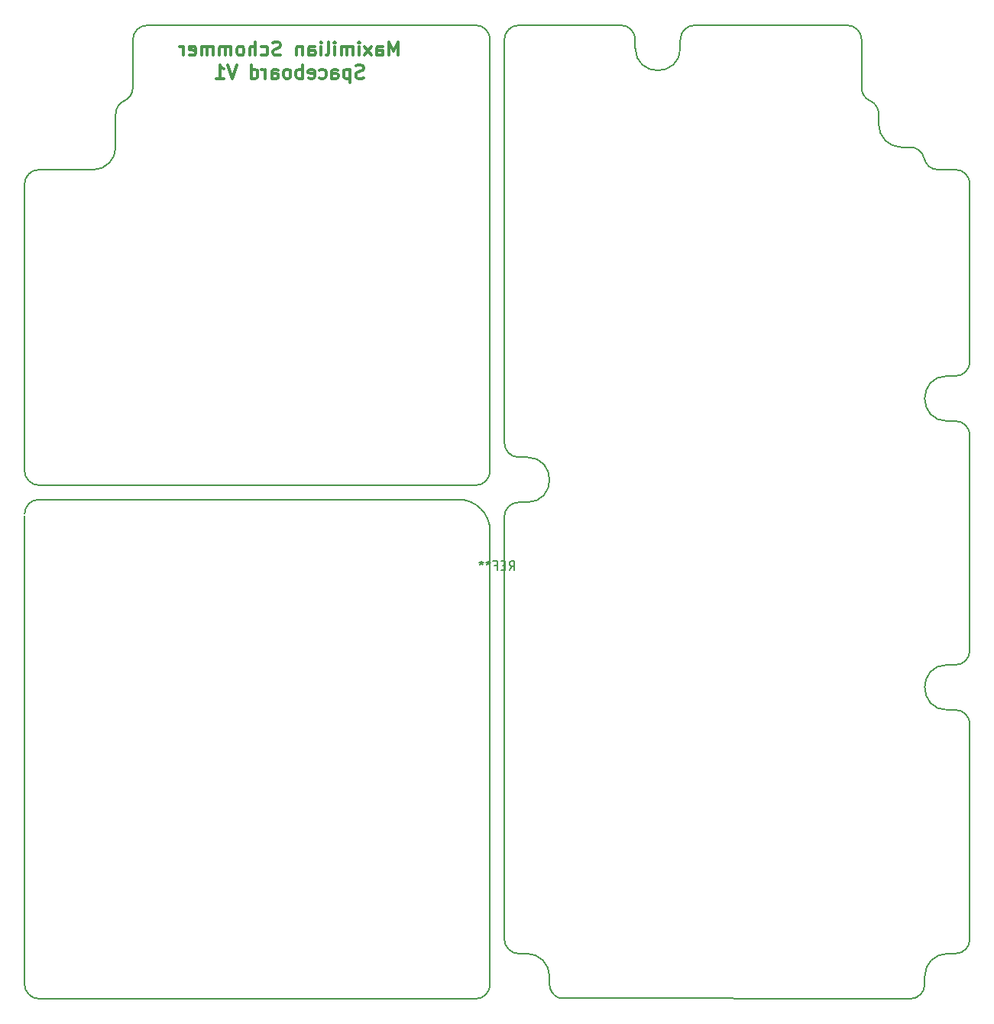
<source format=gbr>
G04 #@! TF.GenerationSoftware,KiCad,Pcbnew,(5.1.2)-2*
G04 #@! TF.CreationDate,2019-07-18T11:18:45-04:00*
G04 #@! TF.ProjectId,Burt,42757274-2e6b-4696-9361-645f70636258,rev?*
G04 #@! TF.SameCoordinates,Original*
G04 #@! TF.FileFunction,Legend,Bot*
G04 #@! TF.FilePolarity,Positive*
%FSLAX46Y46*%
G04 Gerber Fmt 4.6, Leading zero omitted, Abs format (unit mm)*
G04 Created by KiCad (PCBNEW (5.1.2)-2) date 2019-07-18 11:18:45*
%MOMM*%
%LPD*%
G04 APERTURE LIST*
%ADD10C,0.300000*%
%ADD11C,0.200000*%
%ADD12C,0.150000*%
G04 APERTURE END LIST*
D10*
X-11000000Y58596428D02*
X-11000000Y60096428D01*
X-11500000Y59025000D01*
X-12000000Y60096428D01*
X-12000000Y58596428D01*
X-13357142Y58596428D02*
X-13357142Y59382142D01*
X-13285714Y59525000D01*
X-13142857Y59596428D01*
X-12857142Y59596428D01*
X-12714285Y59525000D01*
X-13357142Y58667857D02*
X-13214285Y58596428D01*
X-12857142Y58596428D01*
X-12714285Y58667857D01*
X-12642857Y58810714D01*
X-12642857Y58953571D01*
X-12714285Y59096428D01*
X-12857142Y59167857D01*
X-13214285Y59167857D01*
X-13357142Y59239285D01*
X-13928571Y58596428D02*
X-14714285Y59596428D01*
X-13928571Y59596428D02*
X-14714285Y58596428D01*
X-15285714Y58596428D02*
X-15285714Y59596428D01*
X-15285714Y60096428D02*
X-15214285Y60025000D01*
X-15285714Y59953571D01*
X-15357142Y60025000D01*
X-15285714Y60096428D01*
X-15285714Y59953571D01*
X-15999999Y58596428D02*
X-15999999Y59596428D01*
X-15999999Y59453571D02*
X-16071428Y59525000D01*
X-16214285Y59596428D01*
X-16428571Y59596428D01*
X-16571428Y59525000D01*
X-16642857Y59382142D01*
X-16642857Y58596428D01*
X-16642857Y59382142D02*
X-16714285Y59525000D01*
X-16857142Y59596428D01*
X-17071428Y59596428D01*
X-17214285Y59525000D01*
X-17285714Y59382142D01*
X-17285714Y58596428D01*
X-17999999Y58596428D02*
X-17999999Y59596428D01*
X-17999999Y60096428D02*
X-17928571Y60025000D01*
X-17999999Y59953571D01*
X-18071428Y60025000D01*
X-17999999Y60096428D01*
X-17999999Y59953571D01*
X-18928571Y58596428D02*
X-18785714Y58667857D01*
X-18714285Y58810714D01*
X-18714285Y60096428D01*
X-19499999Y58596428D02*
X-19499999Y59596428D01*
X-19499999Y60096428D02*
X-19428571Y60025000D01*
X-19499999Y59953571D01*
X-19571428Y60025000D01*
X-19499999Y60096428D01*
X-19499999Y59953571D01*
X-20857142Y58596428D02*
X-20857142Y59382142D01*
X-20785714Y59525000D01*
X-20642857Y59596428D01*
X-20357142Y59596428D01*
X-20214285Y59525000D01*
X-20857142Y58667857D02*
X-20714285Y58596428D01*
X-20357142Y58596428D01*
X-20214285Y58667857D01*
X-20142857Y58810714D01*
X-20142857Y58953571D01*
X-20214285Y59096428D01*
X-20357142Y59167857D01*
X-20714285Y59167857D01*
X-20857142Y59239285D01*
X-21571428Y59596428D02*
X-21571428Y58596428D01*
X-21571428Y59453571D02*
X-21642857Y59525000D01*
X-21785714Y59596428D01*
X-21999999Y59596428D01*
X-22142857Y59525000D01*
X-22214285Y59382142D01*
X-22214285Y58596428D01*
X-23999999Y58667857D02*
X-24214285Y58596428D01*
X-24571428Y58596428D01*
X-24714285Y58667857D01*
X-24785714Y58739285D01*
X-24857142Y58882142D01*
X-24857142Y59025000D01*
X-24785714Y59167857D01*
X-24714285Y59239285D01*
X-24571428Y59310714D01*
X-24285714Y59382142D01*
X-24142857Y59453571D01*
X-24071428Y59525000D01*
X-23999999Y59667857D01*
X-23999999Y59810714D01*
X-24071428Y59953571D01*
X-24142857Y60025000D01*
X-24285714Y60096428D01*
X-24642857Y60096428D01*
X-24857142Y60025000D01*
X-26142857Y58667857D02*
X-25999999Y58596428D01*
X-25714285Y58596428D01*
X-25571428Y58667857D01*
X-25499999Y58739285D01*
X-25428571Y58882142D01*
X-25428571Y59310714D01*
X-25499999Y59453571D01*
X-25571428Y59525000D01*
X-25714285Y59596428D01*
X-25999999Y59596428D01*
X-26142857Y59525000D01*
X-26785714Y58596428D02*
X-26785714Y60096428D01*
X-27428571Y58596428D02*
X-27428571Y59382142D01*
X-27357142Y59525000D01*
X-27214285Y59596428D01*
X-26999999Y59596428D01*
X-26857142Y59525000D01*
X-26785714Y59453571D01*
X-28357142Y58596428D02*
X-28214285Y58667857D01*
X-28142857Y58739285D01*
X-28071428Y58882142D01*
X-28071428Y59310714D01*
X-28142857Y59453571D01*
X-28214285Y59525000D01*
X-28357142Y59596428D01*
X-28571428Y59596428D01*
X-28714285Y59525000D01*
X-28785714Y59453571D01*
X-28857142Y59310714D01*
X-28857142Y58882142D01*
X-28785714Y58739285D01*
X-28714285Y58667857D01*
X-28571428Y58596428D01*
X-28357142Y58596428D01*
X-29499999Y58596428D02*
X-29499999Y59596428D01*
X-29499999Y59453571D02*
X-29571428Y59525000D01*
X-29714285Y59596428D01*
X-29928571Y59596428D01*
X-30071428Y59525000D01*
X-30142857Y59382142D01*
X-30142857Y58596428D01*
X-30142857Y59382142D02*
X-30214285Y59525000D01*
X-30357142Y59596428D01*
X-30571428Y59596428D01*
X-30714285Y59525000D01*
X-30785714Y59382142D01*
X-30785714Y58596428D01*
X-31499999Y58596428D02*
X-31499999Y59596428D01*
X-31499999Y59453571D02*
X-31571428Y59525000D01*
X-31714285Y59596428D01*
X-31928571Y59596428D01*
X-32071428Y59525000D01*
X-32142857Y59382142D01*
X-32142857Y58596428D01*
X-32142857Y59382142D02*
X-32214285Y59525000D01*
X-32357142Y59596428D01*
X-32571428Y59596428D01*
X-32714285Y59525000D01*
X-32785714Y59382142D01*
X-32785714Y58596428D01*
X-34071428Y58667857D02*
X-33928571Y58596428D01*
X-33642857Y58596428D01*
X-33499999Y58667857D01*
X-33428571Y58810714D01*
X-33428571Y59382142D01*
X-33499999Y59525000D01*
X-33642857Y59596428D01*
X-33928571Y59596428D01*
X-34071428Y59525000D01*
X-34142857Y59382142D01*
X-34142857Y59239285D01*
X-33428571Y59096428D01*
X-34785714Y58596428D02*
X-34785714Y59596428D01*
X-34785714Y59310714D02*
X-34857142Y59453571D01*
X-34928571Y59525000D01*
X-35071428Y59596428D01*
X-35214285Y59596428D01*
X-14821428Y56117857D02*
X-15035714Y56046428D01*
X-15392857Y56046428D01*
X-15535714Y56117857D01*
X-15607142Y56189285D01*
X-15678571Y56332142D01*
X-15678571Y56475000D01*
X-15607142Y56617857D01*
X-15535714Y56689285D01*
X-15392857Y56760714D01*
X-15107142Y56832142D01*
X-14964285Y56903571D01*
X-14892857Y56975000D01*
X-14821428Y57117857D01*
X-14821428Y57260714D01*
X-14892857Y57403571D01*
X-14964285Y57475000D01*
X-15107142Y57546428D01*
X-15464285Y57546428D01*
X-15678571Y57475000D01*
X-16321428Y57046428D02*
X-16321428Y55546428D01*
X-16321428Y56975000D02*
X-16464285Y57046428D01*
X-16749999Y57046428D01*
X-16892857Y56975000D01*
X-16964285Y56903571D01*
X-17035714Y56760714D01*
X-17035714Y56332142D01*
X-16964285Y56189285D01*
X-16892857Y56117857D01*
X-16749999Y56046428D01*
X-16464285Y56046428D01*
X-16321428Y56117857D01*
X-18321428Y56046428D02*
X-18321428Y56832142D01*
X-18250000Y56975000D01*
X-18107142Y57046428D01*
X-17821428Y57046428D01*
X-17678571Y56975000D01*
X-18321428Y56117857D02*
X-18178571Y56046428D01*
X-17821428Y56046428D01*
X-17678571Y56117857D01*
X-17607142Y56260714D01*
X-17607142Y56403571D01*
X-17678571Y56546428D01*
X-17821428Y56617857D01*
X-18178571Y56617857D01*
X-18321428Y56689285D01*
X-19678571Y56117857D02*
X-19535714Y56046428D01*
X-19249999Y56046428D01*
X-19107142Y56117857D01*
X-19035714Y56189285D01*
X-18964285Y56332142D01*
X-18964285Y56760714D01*
X-19035714Y56903571D01*
X-19107142Y56975000D01*
X-19249999Y57046428D01*
X-19535714Y57046428D01*
X-19678571Y56975000D01*
X-20892857Y56117857D02*
X-20749999Y56046428D01*
X-20464285Y56046428D01*
X-20321428Y56117857D01*
X-20249999Y56260714D01*
X-20249999Y56832142D01*
X-20321428Y56975000D01*
X-20464285Y57046428D01*
X-20749999Y57046428D01*
X-20892857Y56975000D01*
X-20964285Y56832142D01*
X-20964285Y56689285D01*
X-20249999Y56546428D01*
X-21607142Y56046428D02*
X-21607142Y57546428D01*
X-21607142Y56975000D02*
X-21749999Y57046428D01*
X-22035714Y57046428D01*
X-22178571Y56975000D01*
X-22249999Y56903571D01*
X-22321428Y56760714D01*
X-22321428Y56332142D01*
X-22249999Y56189285D01*
X-22178571Y56117857D01*
X-22035714Y56046428D01*
X-21749999Y56046428D01*
X-21607142Y56117857D01*
X-23178571Y56046428D02*
X-23035714Y56117857D01*
X-22964285Y56189285D01*
X-22892857Y56332142D01*
X-22892857Y56760714D01*
X-22964285Y56903571D01*
X-23035714Y56975000D01*
X-23178571Y57046428D01*
X-23392857Y57046428D01*
X-23535714Y56975000D01*
X-23607142Y56903571D01*
X-23678571Y56760714D01*
X-23678571Y56332142D01*
X-23607142Y56189285D01*
X-23535714Y56117857D01*
X-23392857Y56046428D01*
X-23178571Y56046428D01*
X-24964285Y56046428D02*
X-24964285Y56832142D01*
X-24892857Y56975000D01*
X-24749999Y57046428D01*
X-24464285Y57046428D01*
X-24321428Y56975000D01*
X-24964285Y56117857D02*
X-24821428Y56046428D01*
X-24464285Y56046428D01*
X-24321428Y56117857D01*
X-24249999Y56260714D01*
X-24249999Y56403571D01*
X-24321428Y56546428D01*
X-24464285Y56617857D01*
X-24821428Y56617857D01*
X-24964285Y56689285D01*
X-25678571Y56046428D02*
X-25678571Y57046428D01*
X-25678571Y56760714D02*
X-25749999Y56903571D01*
X-25821428Y56975000D01*
X-25964285Y57046428D01*
X-26107142Y57046428D01*
X-27249999Y56046428D02*
X-27249999Y57546428D01*
X-27249999Y56117857D02*
X-27107142Y56046428D01*
X-26821428Y56046428D01*
X-26678571Y56117857D01*
X-26607142Y56189285D01*
X-26535714Y56332142D01*
X-26535714Y56760714D01*
X-26607142Y56903571D01*
X-26678571Y56975000D01*
X-26821428Y57046428D01*
X-27107142Y57046428D01*
X-27249999Y56975000D01*
X-28892857Y57546428D02*
X-29392857Y56046428D01*
X-29892857Y57546428D01*
X-31178571Y56046428D02*
X-30321428Y56046428D01*
X-30749999Y56046428D02*
X-30749999Y57546428D01*
X-30607142Y57332142D01*
X-30464285Y57189285D01*
X-30321428Y57117857D01*
D11*
X52375000Y-7337499D02*
X52374999Y16487499D01*
X50787500Y-8924999D02*
G75*
G03X52375000Y-7337499I0J1587500D01*
G01*
X50787500Y-8925000D02*
X49875000Y-8924999D01*
X49875000Y-8925000D02*
G75*
G03X49875000Y-13925000I0J-2500000D01*
G01*
X49875000Y-13925000D02*
X50787500Y-13925000D01*
X52375000Y-15512500D02*
G75*
G03X50787500Y-13925000I-1587500J0D01*
G01*
X52375000Y-27425000D02*
X52375000Y-15512500D01*
X793750Y7487500D02*
X793750Y-27425000D01*
X2381250Y9075000D02*
G75*
G03X793750Y7487500I0J-1587500D01*
G01*
X2381250Y9075000D02*
X3293749Y9075000D01*
X3293749Y9075000D02*
G75*
G03X3293749Y14075000I0J2500000D01*
G01*
X2381250Y14075000D02*
X3293750Y14075000D01*
X793750Y15662500D02*
G75*
G03X2381250Y14075000I1587500J0D01*
G01*
X793750Y60337500D02*
X793750Y15662500D01*
X2381250Y61925000D02*
G75*
G03X793750Y60337500I0J-1587500D01*
G01*
X13706250Y61925000D02*
X2381250Y61925000D01*
X15293749Y60337499D02*
G75*
G03X13706250Y61925000I-1587500J1D01*
G01*
X15293750Y60337500D02*
X15293750Y59425000D01*
X15293750Y59425000D02*
G75*
G03X20293750Y59425000I2500000J0D01*
G01*
X20293750Y60337500D02*
X20293750Y59425000D01*
X21881250Y61925000D02*
G75*
G03X20293750Y60337500I0J-1587500D01*
G01*
X38787500Y61925000D02*
X21881250Y61925000D01*
X40374999Y60337499D02*
G75*
G03X38787500Y61925000I-1587500J1D01*
G01*
X40375000Y55012500D02*
X40375000Y60337500D01*
X40374999Y55012500D02*
G75*
G03X41325000Y53558625I1587501J0D01*
G01*
X42275000Y52104751D02*
G75*
G03X41325000Y53558625I-1587500J0D01*
G01*
X42275000Y52104751D02*
X42275000Y50925000D01*
X42274999Y50924999D02*
G75*
G03X44775000Y48425000I2500000J1D01*
G01*
X45760081Y48425000D02*
X44775000Y48425000D01*
X47311289Y47175000D02*
G75*
G03X45760081Y48424999I-1551208J-337500D01*
G01*
X47311291Y47174998D02*
G75*
G03X48862500Y45925000I1551208J337501D01*
G01*
X50787500Y45925000D02*
X48862500Y45925000D01*
X52375000Y44337500D02*
G75*
G03X50787500Y45925000I-1587500J0D01*
G01*
X52375000Y24662500D02*
X52375000Y44337500D01*
X50787500Y23075000D02*
G75*
G03X52375000Y24662500I0J1587500D01*
G01*
X50787500Y23075000D02*
X49875000Y23075000D01*
X49875000Y23075000D02*
G75*
G03X49875000Y18075000I0J-2500000D01*
G01*
X49875000Y18075000D02*
X50787500Y18075000D01*
X52374999Y16487499D02*
G75*
G03X50787499Y18074999I-1587500J0D01*
G01*
X-2381250Y61925000D02*
X-6881250Y61925000D01*
X-793750Y60337500D02*
G75*
G03X-2381250Y61925000I-1587500J0D01*
G01*
X-793750Y60337500D02*
X-793750Y30206250D01*
X-52375000Y44337500D02*
X-52375000Y30206250D01*
X-50787500Y45925000D02*
G75*
G03X-52375000Y44337500I0J-1587500D01*
G01*
X-44775000Y45925000D02*
X-50787500Y45925000D01*
X-44775000Y45925000D02*
G75*
G03X-42275000Y48425000I0J2500000D01*
G01*
X-42275000Y48425000D02*
X-42275000Y52104751D01*
X-41325000Y53558625D02*
G75*
G03X-42275000Y52104751I637500J-1453874D01*
G01*
X-41325000Y53558626D02*
G75*
G03X-40375000Y55012500I-637500J1453874D01*
G01*
X-40375000Y60337500D02*
X-40375000Y55012500D01*
X-38787499Y61925000D02*
G75*
G03X-40374999Y60337500I0J-1587500D01*
G01*
X-6881250Y61925000D02*
X-38787500Y61925000D01*
X-52375000Y30206250D02*
X-52375000Y12560000D01*
X-793750Y30206250D02*
X-793750Y12560000D01*
X-2381249Y10972500D02*
G75*
G03X-793749Y12560000I0J1587500D01*
G01*
X-50787500Y10972500D02*
X-2381250Y10972500D01*
X-52375000Y12560000D02*
G75*
G03X-50787500Y10972500I1587500J0D01*
G01*
X-50787498Y9385000D02*
G75*
G03X-52375000Y7797500I-1J-1587501D01*
G01*
X-50787500Y9385000D02*
X-4293750Y9385000D01*
X-793750Y5885000D02*
G75*
G03X-4293750Y9385000I-3500000J0D01*
G01*
X-793749Y5885000D02*
X-793750Y-44337500D01*
X-2381250Y-45925000D02*
G75*
G03X-793750Y-44337500I0J1587500D01*
G01*
X-50787500Y-45925000D02*
X-2381250Y-45925000D01*
X-52375000Y-44337500D02*
G75*
G03X-50787500Y-45925000I1587500J0D01*
G01*
X-52375000Y7575000D02*
X-52375000Y-44337500D01*
X5793750Y-44337501D02*
G75*
G03X6881250Y-45844203I1587499J1D01*
G01*
X5793750Y-43425000D02*
X5793750Y-44337500D01*
X5793750Y-43424999D02*
G75*
G03X3293749Y-40925000I-2500000J-1D01*
G01*
X2381249Y-40925000D02*
X3293750Y-40925000D01*
X793749Y-39337500D02*
G75*
G03X2381249Y-40925000I1587500J0D01*
G01*
X793750Y-27425000D02*
X793750Y-39337500D01*
X52375000Y-39337500D02*
X52375000Y-27425000D01*
X50787499Y-40925000D02*
G75*
G03X52375000Y-39337499I0J1587501D01*
G01*
X50787500Y-40925000D02*
X49875000Y-40925000D01*
X49875000Y-40925000D02*
G75*
G03X47375000Y-43425000I0J-2500000D01*
G01*
X47375000Y-43425000D02*
X47375000Y-44337500D01*
X45787499Y-45925000D02*
G75*
G03X47374999Y-44337500I0J1587500D01*
G01*
X45787500Y-45925000D02*
X6881250Y-45844203D01*
D12*
X1333333Y1547619D02*
X1666666Y2023809D01*
X1904761Y1547619D02*
X1904761Y2547619D01*
X1523809Y2547619D01*
X1428571Y2500000D01*
X1380952Y2452380D01*
X1333333Y2357142D01*
X1333333Y2214285D01*
X1380952Y2119047D01*
X1428571Y2071428D01*
X1523809Y2023809D01*
X1904761Y2023809D01*
X904761Y2071428D02*
X571428Y2071428D01*
X428571Y1547619D02*
X904761Y1547619D01*
X904761Y2547619D01*
X428571Y2547619D01*
X-333333Y2071428D02*
X0Y2071428D01*
X0Y1547619D02*
X0Y2547619D01*
X-476190Y2547619D01*
X-1000000Y2547619D02*
X-1000000Y2309523D01*
X-761904Y2404761D02*
X-1000000Y2309523D01*
X-1238095Y2404761D01*
X-857142Y2119047D02*
X-1000000Y2309523D01*
X-1142857Y2119047D01*
X-1761904Y2547619D02*
X-1761904Y2309523D01*
X-1523809Y2404761D02*
X-1761904Y2309523D01*
X-2000000Y2404761D01*
X-1619047Y2119047D02*
X-1761904Y2309523D01*
X-1904761Y2119047D01*
M02*

</source>
